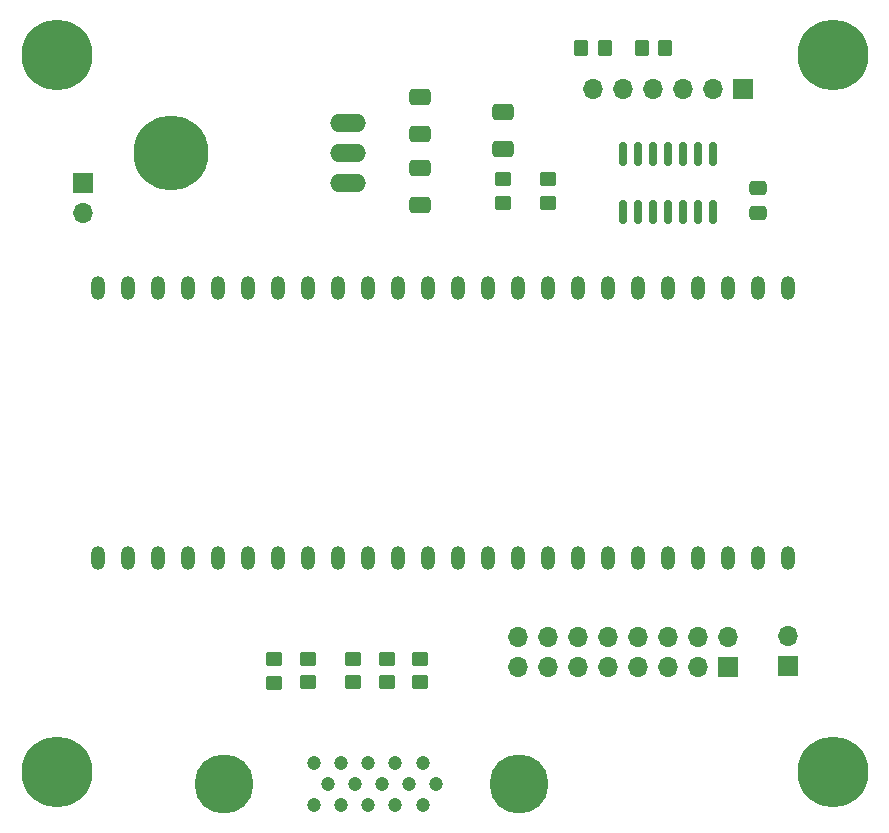
<source format=gbr>
%TF.GenerationSoftware,KiCad,Pcbnew,(6.0.0)*%
%TF.CreationDate,2023-01-29T22:37:32-05:00*%
%TF.ProjectId,TRS-80-M3-VID1,5452532d-3830-42d4-9d33-2d564944312e,rev?*%
%TF.SameCoordinates,Original*%
%TF.FileFunction,Soldermask,Top*%
%TF.FilePolarity,Negative*%
%FSLAX46Y46*%
G04 Gerber Fmt 4.6, Leading zero omitted, Abs format (unit mm)*
G04 Created by KiCad (PCBNEW (6.0.0)) date 2023-01-29 22:37:32*
%MOMM*%
%LPD*%
G01*
G04 APERTURE LIST*
G04 Aperture macros list*
%AMRoundRect*
0 Rectangle with rounded corners*
0 $1 Rounding radius*
0 $2 $3 $4 $5 $6 $7 $8 $9 X,Y pos of 4 corners*
0 Add a 4 corners polygon primitive as box body*
4,1,4,$2,$3,$4,$5,$6,$7,$8,$9,$2,$3,0*
0 Add four circle primitives for the rounded corners*
1,1,$1+$1,$2,$3*
1,1,$1+$1,$4,$5*
1,1,$1+$1,$6,$7*
1,1,$1+$1,$8,$9*
0 Add four rect primitives between the rounded corners*
20,1,$1+$1,$2,$3,$4,$5,0*
20,1,$1+$1,$4,$5,$6,$7,0*
20,1,$1+$1,$6,$7,$8,$9,0*
20,1,$1+$1,$8,$9,$2,$3,0*%
G04 Aperture macros list end*
%ADD10RoundRect,0.250000X-0.650000X0.412500X-0.650000X-0.412500X0.650000X-0.412500X0.650000X0.412500X0*%
%ADD11RoundRect,0.250000X0.350000X0.450000X-0.350000X0.450000X-0.350000X-0.450000X0.350000X-0.450000X0*%
%ADD12RoundRect,0.150000X-0.150000X0.825000X-0.150000X-0.825000X0.150000X-0.825000X0.150000X0.825000X0*%
%ADD13RoundRect,0.250000X-0.450000X0.350000X-0.450000X-0.350000X0.450000X-0.350000X0.450000X0.350000X0*%
%ADD14RoundRect,0.250000X0.650000X-0.412500X0.650000X0.412500X-0.650000X0.412500X-0.650000X-0.412500X0*%
%ADD15C,5.001260*%
%ADD16C,1.198880*%
%ADD17C,0.800000*%
%ADD18C,6.000000*%
%ADD19RoundRect,0.250000X-0.475000X0.337500X-0.475000X-0.337500X0.475000X-0.337500X0.475000X0.337500X0*%
%ADD20RoundRect,0.250000X0.450000X-0.350000X0.450000X0.350000X-0.450000X0.350000X-0.450000X-0.350000X0*%
%ADD21R,1.700000X1.700000*%
%ADD22O,1.700000X1.700000*%
%ADD23C,6.350000*%
%ADD24O,3.048000X1.524000*%
%ADD25O,1.200000X2.000000*%
G04 APERTURE END LIST*
D10*
%TO.C,C3*%
X130810000Y-52755000D03*
X130810000Y-55880000D03*
%TD*%
D11*
%TO.C,R9*%
X146415000Y-48577500D03*
X144415000Y-48577500D03*
%TD*%
D12*
%TO.C,U2*%
X155575000Y-57565000D03*
X154305000Y-57565000D03*
X153035000Y-57565000D03*
X151765000Y-57565000D03*
X150495000Y-57565000D03*
X149225000Y-57565000D03*
X147955000Y-57565000D03*
X147955000Y-62515000D03*
X149225000Y-62515000D03*
X150495000Y-62515000D03*
X151765000Y-62515000D03*
X153035000Y-62515000D03*
X154305000Y-62515000D03*
X155575000Y-62515000D03*
%TD*%
D13*
%TO.C,R5*%
X118427500Y-100330000D03*
X118427500Y-102330000D03*
%TD*%
D14*
%TO.C,C4*%
X137795000Y-57157500D03*
X137795000Y-54032500D03*
%TD*%
D15*
%TO.C,J2*%
X114188240Y-110876080D03*
X139176760Y-110876080D03*
D16*
X130992880Y-109157100D03*
X128701800Y-109157100D03*
X126415800Y-109157100D03*
X124122180Y-109157100D03*
X121833640Y-109157100D03*
X132138420Y-110921800D03*
X129844800Y-110921800D03*
X127546100Y-110921800D03*
X125247400Y-110921800D03*
X122974100Y-110921800D03*
X130992880Y-112713100D03*
X128701800Y-112713100D03*
X126413260Y-112713100D03*
X124122180Y-112713100D03*
X121831100Y-112713100D03*
%TD*%
D17*
%TO.C,H3*%
X165735000Y-107605000D03*
X164144010Y-111445990D03*
X165735000Y-112105000D03*
X164144010Y-108264010D03*
D18*
X165735000Y-109855000D03*
D17*
X167325990Y-111445990D03*
X167985000Y-109855000D03*
X163485000Y-109855000D03*
X167325990Y-108264010D03*
%TD*%
D19*
%TO.C,C2*%
X159385000Y-60472500D03*
X159385000Y-62547500D03*
%TD*%
D20*
%TO.C,R7*%
X137795000Y-61675000D03*
X137795000Y-59675000D03*
%TD*%
D13*
%TO.C,R3*%
X125095000Y-100282500D03*
X125095000Y-102282500D03*
%TD*%
D21*
%TO.C,J3*%
X161925000Y-100950010D03*
D22*
X161925000Y-98410010D03*
%TD*%
D11*
%TO.C,R8*%
X151542500Y-48577500D03*
X149542500Y-48577500D03*
%TD*%
D21*
%TO.C,J4*%
X156830000Y-100965010D03*
D22*
X156830000Y-98425010D03*
X154290000Y-100965010D03*
X154290000Y-98425010D03*
X151750000Y-100965010D03*
X151750000Y-98425010D03*
X149210000Y-100965010D03*
X149210000Y-98425010D03*
X146670000Y-100965010D03*
X146670000Y-98425010D03*
X144130000Y-100965010D03*
X144130000Y-98425010D03*
X141590000Y-100965010D03*
X141590000Y-98425010D03*
X139050000Y-100965010D03*
X139050000Y-98425010D03*
%TD*%
D17*
%TO.C,H1*%
X102265990Y-49215990D03*
X101606980Y-50806980D03*
X100015990Y-46965990D03*
X98425000Y-50806980D03*
X97765990Y-49215990D03*
X98425000Y-47625000D03*
X101606980Y-47625000D03*
X100015990Y-51465990D03*
D18*
X100015990Y-49215990D03*
%TD*%
D13*
%TO.C,R2*%
X127952500Y-100282500D03*
X127952500Y-102282500D03*
%TD*%
D14*
%TO.C,C1*%
X130810000Y-61887500D03*
X130810000Y-58762500D03*
%TD*%
D20*
%TO.C,R6*%
X141605000Y-61675000D03*
X141605000Y-59675000D03*
%TD*%
D17*
%TO.C,H2*%
X101603490Y-111445990D03*
D18*
X100012500Y-109855000D03*
D17*
X100012500Y-112105000D03*
X101603490Y-108264010D03*
X100012500Y-107605000D03*
X102262500Y-109855000D03*
X97762500Y-109855000D03*
X98421510Y-111445990D03*
X98421510Y-108264010D03*
%TD*%
D13*
%TO.C,R1*%
X130810000Y-100282500D03*
X130810000Y-102282500D03*
%TD*%
D23*
%TO.C,U3*%
X109728000Y-57467500D03*
D24*
X124714000Y-57467500D03*
X124714000Y-60007500D03*
X124714000Y-54927500D03*
%TD*%
D17*
%TO.C,H4*%
X164144010Y-50803490D03*
X167325990Y-47621510D03*
X164144010Y-47621510D03*
X165735000Y-46962500D03*
D18*
X165735000Y-49212500D03*
D17*
X163485000Y-49212500D03*
X165735000Y-51462500D03*
X167985000Y-49212500D03*
X167325990Y-50803490D03*
%TD*%
D21*
%TO.C,J6*%
X158115000Y-52070000D03*
D22*
X155575000Y-52070000D03*
X153035000Y-52070000D03*
X150495000Y-52070000D03*
X147955000Y-52070000D03*
X145415000Y-52070000D03*
%TD*%
D13*
%TO.C,R4*%
X121285000Y-100282500D03*
X121285000Y-102282500D03*
%TD*%
D21*
%TO.C,J5*%
X102235000Y-60002500D03*
D22*
X102235000Y-62542500D03*
%TD*%
D25*
%TO.C,U1*%
X161925000Y-68877500D03*
X159385000Y-68877500D03*
X156845000Y-68877500D03*
X154305000Y-68877500D03*
X151765000Y-68877500D03*
X149225000Y-68877500D03*
X146685000Y-68877500D03*
X144145000Y-68877500D03*
X141605000Y-68877500D03*
X139065000Y-68877500D03*
X136525000Y-68877500D03*
X133985000Y-68877500D03*
X131445000Y-68877500D03*
X128905000Y-68877500D03*
X126365000Y-68877500D03*
X123825000Y-68877500D03*
X121285000Y-68877500D03*
X118745000Y-68877500D03*
X116205000Y-68877500D03*
X113665000Y-68877500D03*
X111125000Y-68877500D03*
X108585000Y-68877500D03*
X106045000Y-68877500D03*
X103505000Y-68877500D03*
X103505000Y-91777500D03*
X106045000Y-91777500D03*
X108585000Y-91777500D03*
X111125000Y-91777500D03*
X113665000Y-91777500D03*
X116205000Y-91777500D03*
X118745000Y-91777500D03*
X121285000Y-91777500D03*
X123825000Y-91777500D03*
X126365000Y-91777500D03*
X128905000Y-91777500D03*
X131445000Y-91777500D03*
X133985000Y-91777500D03*
X136525000Y-91777500D03*
X139065000Y-91777500D03*
X141605000Y-91777500D03*
X144145000Y-91777500D03*
X146685000Y-91777500D03*
X149225000Y-91777500D03*
X151765000Y-91777500D03*
X154305000Y-91777500D03*
X156845000Y-91777500D03*
X159385000Y-91777500D03*
X161925000Y-91777500D03*
%TD*%
M02*

</source>
